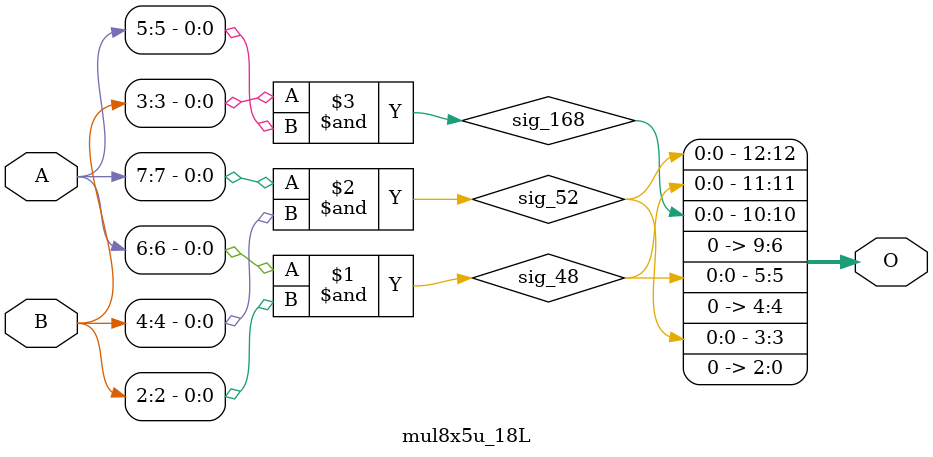
<source format=v>
/***
* This code is a part of EvoApproxLib library (ehw.fit.vutbr.cz/approxlib) distributed under The MIT License.
* When used, please cite the following article(s): V. Mrazek, L. Sekanina, Z. Vasicek "Libraries of Approximate Circuits: Automated Design and Application in CNN Accelerators" IEEE Journal on Emerging and Selected Topics in Circuits and Systems, Vol 10, No 4, 2020 
* This file contains a circuit from a sub-set of pareto optimal circuits with respect to the pwr and wce parameters
***/
// MAE% = 9.00 %
// MAE = 737 
// WCE% = 31.31 %
// WCE = 2565 
// WCRE% = 712.50 %
// EP% = 96.45 %
// MRE% = 70.86 %
// MSE = 911969 
// PDK45_PWR = 0.00089 mW
// PDK45_AREA = 7.0 um2
// PDK45_DELAY = 0.04 ns

module mul8x5u_18L (
    A,
    B,
    O
);

input [7:0] A;
input [4:0] B;
output [12:0] O;

wire sig_48,sig_52,sig_168;

assign sig_48 = A[6] & B[2];
assign sig_52 = A[7] & B[4];
assign sig_168 = B[3] & A[5];

assign O[12] = sig_52;
assign O[11] = sig_48;
assign O[10] = sig_168;
assign O[9] = 1'b0;
assign O[8] = 1'b0;
assign O[7] = 1'b0;
assign O[6] = 1'b0;
assign O[5] = sig_48;
assign O[4] = 1'b0;
assign O[3] = sig_52;
assign O[2] = 1'b0;
assign O[1] = 1'b0;
assign O[0] = 1'b0;

endmodule



</source>
